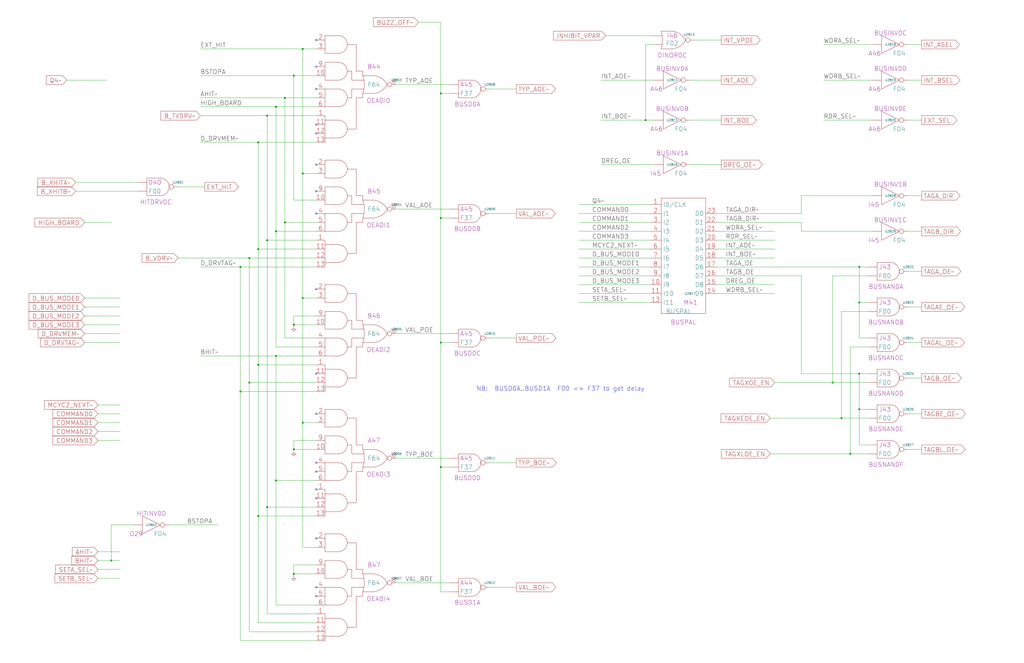
<source format=kicad_sch>
(kicad_sch (version 20230121) (generator eeschema)
  (paper "User" 584.2 378.46)
  (title_block (title "BUS CONTROL") (date "08-MAR-90") (rev "0.0") (comment 1 "MEM32 BOARD") (comment 2 "232-003066") (comment 3 "S400") (comment 4 "RELEASED"))
  (lib_symbols
    (symbol "r1000:BUSPAL" (pin_names (offset 1.016))
      (property "Reference" "U" (at 2.54 5.08 0))
      (property "Value" "BUSPAL" (at -11.43 -5.08 0))
      (property "Location" "___" (at -1.27 0 0))
      (property "Name" "______" (at -1.27 -12.7 0))
      (symbol "BUSPAL_1_1"
        (rectangle (start -13.97 59.69) (end 11.43 -6.35))
        (pin input line (at -20.32 55.88 0) (length 6.35) (name "I0/CLK") (number "1"))
        (pin input line (at -20.32 10.16 0) (length 6.35) (name "I9") (number "10"))
        (pin input line (at -20.32 5.08 0) (length 6.35) (name "I10") (number "11"))
        (pin input line (at -20.32 0 0) (length 6.35) (name "I11") (number "13"))
        (pin output line (at 17.78 5.08 180) (length 6.35) (name "D9") (number "14"))
        (pin output line (at 17.78 10.16 180) (length 6.35) (name "D8") (number "15"))
        (pin output line (at 17.78 15.24 180) (length 6.35) (name "D7") (number "16"))
        (pin output line (at 17.78 20.32 180) (length 6.35) (name "D6") (number "17"))
        (pin output line (at 17.78 25.4 180) (length 6.35) (name "D5") (number "18"))
        (pin output line (at 17.78 30.48 180) (length 6.35) (name "D4") (number "19"))
        (pin input line (at -20.32 50.8 0) (length 6.35) (name "I1") (number "2"))
        (pin output line (at 17.78 35.56 180) (length 6.35) (name "D3") (number "20"))
        (pin output line (at 17.78 40.64 180) (length 6.35) (name "D2") (number "21"))
        (pin output line (at 17.78 45.72 180) (length 6.35) (name "D1") (number "22"))
        (pin output line (at 17.78 50.8 180) (length 6.35) (name "D0") (number "23"))
        (pin input line (at -20.32 45.72 0) (length 6.35) (name "I2") (number "3"))
        (pin input line (at -20.32 40.64 0) (length 6.35) (name "I3") (number "4"))
        (pin input line (at -20.32 35.56 0) (length 6.35) (name "I4") (number "5"))
        (pin input line (at -20.32 30.48 0) (length 6.35) (name "I5") (number "6"))
        (pin input line (at -20.32 25.4 0) (length 6.35) (name "I6") (number "7"))
        (pin input line (at -20.32 20.32 0) (length 6.35) (name "I7") (number "8"))
        (pin input line (at -20.32 15.24 0) (length 6.35) (name "I8") (number "9"))
      )
    )
    (symbol "r1000:F00" (pin_numbers hide) (pin_names hide)
      (property "Reference" "U" (at 15.24 0 0))
      (property "Value" "F00" (at 1.905 -5.08 0))
      (property "Location" "___" (at 1.905 0 0))
      (property "Name" "______" (at 2.54 -12.7 0))
      (symbol "F00_0_1"
        (polyline (pts (xy -2.54 -7.62) (xy 5.08 -7.62)) (stroke (width 0.1524)))
        (polyline (pts (xy -2.54 2.54) (xy -2.54 -7.62)) (stroke (width 0.1524)))
        (polyline (pts (xy -2.54 2.54) (xy 5.08 2.54)) (stroke (width 0.1524)))
        (arc (start 5.08 -7.62) (mid 10.1282 -2.54) (end 5.08 2.54) (stroke (width 0.1524)))
        (circle (center 11.43 -2.54) (radius 1.27) (stroke (width 0.1524)))
      )
      (symbol "F00_0_2"
        (circle (center -3.81 -5.08) (radius 1.27) (stroke (width 0.1524)))
        (circle (center -3.81 0) (radius 1.27) (stroke (width 0.1524)))
        (arc (start -3.175 -7.62) (mid -2.134 -2.54) (end -3.175 2.54) (stroke (width 0.1524)))
        (polyline (pts (xy -3.175 -7.62) (xy 3.81 -7.62)) (stroke (width 0.1524)))
        (polyline (pts (xy -3.175 2.54) (xy 3.81 2.54)) (stroke (width 0.1524)))
        (arc (start 3.81 -7.62) (mid 7.5855 -5.8306) (end 10.16 -2.54) (stroke (width 0.1524)))
        (arc (start 10.16 -2.54) (mid 7.5827 0.7471) (end 3.81 2.54) (stroke (width 0.1524)))
      )
      (symbol "F00_1_1"
        (pin input line (at -7.62 0 0) (length 5.08) (name "D0") (number "1"))
        (pin input line (at -7.62 -5.08 0) (length 5.08) (name "D1") (number "2"))
        (pin output line (at 15.24 -2.54 180) (length 2.54) (name "Q") (number "3"))
      )
      (symbol "F00_1_2"
        (pin input line (at -7.62 0 0) (length 2.54) (name "D0") (number "1"))
        (pin input line (at -7.62 -5.08 0) (length 2.54) (name "D1") (number "2"))
        (pin output line (at 15.24 -2.54 180) (length 5.08) (name "Q") (number "3"))
      )
    )
    (symbol "r1000:F02" (pin_numbers hide) (pin_names hide)
      (property "Reference" "U" (at 12.16 0.635 0))
      (property "Value" "F02" (at -1.27 -4.445 0))
      (property "Location" "___" (at 2.54 0 0))
      (property "Name" "______" (at 2.54 -12.7 0))
      (symbol "F02_0_1"
        (arc (start -3.81 -7.62) (mid -2.9847 -2.54) (end -3.81 2.54) (stroke (width 0.1524)))
        (polyline (pts (xy -5.08 -5.08) (xy -3.175 -5.08)) (stroke (width 0.1524)))
        (polyline (pts (xy -5.08 0) (xy -3.175 0)) (stroke (width 0.1524)))
        (polyline (pts (xy -3.81 -7.62) (xy 2.54 -7.62)) (stroke (width 0.1524)))
        (polyline (pts (xy -3.81 2.54) (xy 2.54 2.54)) (stroke (width 0.1524)))
        (polyline (pts (xy 13.97 -2.54) (xy 12.7 -2.54)) (stroke (width 0.1524)))
        (arc (start 2.54 -7.62) (mid 6.9515 -5.9823) (end 10.16 -2.54) (stroke (width 0.1524)))
        (arc (start 10.16 -2.54) (mid 6.9478 0.8966) (end 2.54 2.54) (stroke (width 0.1524)))
        (circle (center 11.43 -2.54) (radius 1.27) (stroke (width 0.1524)))
      )
      (symbol "F02_0_2"
        (circle (center -3.81 -5.08) (radius 1.27) (stroke (width 0.1524)))
        (circle (center -3.81 0) (radius 1.27) (stroke (width 0.1524)))
        (polyline (pts (xy -2.54 -7.62) (xy 5.08 -7.62)) (stroke (width 0.1524)))
        (polyline (pts (xy -2.54 2.54) (xy -2.54 -7.62)) (stroke (width 0.1524)))
        (polyline (pts (xy -2.54 2.54) (xy 5.08 2.54)) (stroke (width 0.1524)))
        (polyline (pts (xy 11.43 -2.54) (xy 10.16 -2.54)) (stroke (width 0.1524)))
        (polyline (pts (xy 11.43 -2.54) (xy 12.7 -2.54)) (stroke (width 0.1524)))
        (arc (start 5.08 -7.62) (mid 10.1282 -2.54) (end 5.08 2.54) (stroke (width 0.1524)))
      )
      (symbol "F02_1_1"
        (pin input line (at -7.62 0 0) (length 2.54) (name "D0") (number "1"))
        (pin input line (at -7.62 -5.08 0) (length 2.54) (name "D1") (number "2"))
        (pin output line (at 15.24 -2.54 180) (length 1.27) (name "Q") (number "3"))
      )
      (symbol "F02_1_2"
        (pin input line (at -7.62 0 0) (length 2.54) (name "D0") (number "1"))
        (pin input line (at -7.62 -5.08 0) (length 2.54) (name "D1") (number "2"))
        (pin output line (at 15.24 -2.54 180) (length 2.54) (name "Q") (number "3"))
      )
    )
    (symbol "r1000:F04" (pin_numbers hide) (pin_names hide)
      (property "Reference" "U" (at 0 0 0))
      (property "Value" "F04" (at 1.27 -5.08 0))
      (property "Location" "___" (at -12.7 -5.08 0))
      (property "Name" "______" (at 0 5.08 0))
      (symbol "F04_0_1"
        (polyline (pts (xy -7.62 0) (xy -5.08 0)) (stroke (width 0.1524)))
        (polyline (pts (xy -5.08 5.08) (xy -5.08 -5.08)) (stroke (width 0.1524)))
        (polyline (pts (xy 5.08 0) (xy -5.08 -5.08)) (stroke (width 0.1524)))
        (polyline (pts (xy 5.08 0) (xy -5.08 5.08)) (stroke (width 0.1524)))
        (circle (center 6.35 0) (radius 1.27) (stroke (width 0.1524)))
      )
      (symbol "F04_1_1"
        (pin input line (at -10.16 0 0) (length 2.54) (name "D0") (number "1"))
        (pin output line (at 10.16 0 180) (length 2.54) (name "Q") (number "2"))
      )
    )
    (symbol "r1000:F37" (pin_numbers hide) (pin_names (offset 0) hide)
      (property "Reference" "U" (at 15.24 0 0))
      (property "Value" "F37" (at 1.905 -5.08 0))
      (property "Location" "___" (at 1.905 0 0))
      (property "Name" "______" (at 2.54 -12.7 0))
      (symbol "F37_0_1"
        (polyline (pts (xy -2.54 -7.62) (xy 5.08 -7.62)) (stroke (width 0.1524)))
        (polyline (pts (xy -2.54 2.54) (xy -2.54 -7.62)) (stroke (width 0.1524)))
        (polyline (pts (xy -2.54 2.54) (xy 5.08 2.54)) (stroke (width 0.1524)))
        (arc (start 5.08 -7.62) (mid 10.1282 -2.54) (end 5.08 2.54) (stroke (width 0.1524)))
        (circle (center 11.43 -2.54) (radius 1.27) (stroke (width 0.1524)))
      )
      (symbol "F37_0_2"
        (circle (center -3.81 -5.08) (radius 1.27) (stroke (width 0.1524)))
        (circle (center -3.81 0) (radius 1.27) (stroke (width 0.1524)))
        (arc (start -3.175 -7.62) (mid -2.134 -2.54) (end -3.175 2.54) (stroke (width 0.1524)))
        (polyline (pts (xy -3.175 -7.62) (xy 3.81 -7.62)) (stroke (width 0.1524)))
        (polyline (pts (xy -3.175 2.54) (xy 3.81 2.54)) (stroke (width 0.1524)))
        (arc (start 3.81 -7.62) (mid 7.5855 -5.8306) (end 10.16 -2.54) (stroke (width 0.1524)))
        (arc (start 10.16 -2.54) (mid 7.5827 0.7471) (end 3.81 2.54) (stroke (width 0.1524)))
      )
      (symbol "F37_1_1"
        (pin input line (at -7.62 0 0) (length 5.08) (name "D0") (number "1"))
        (pin input line (at -7.62 -5.08 0) (length 5.08) (name "D1") (number "2"))
        (pin output line (at 15.24 -2.54 180) (length 2.54) (name "Q") (number "3"))
      )
      (symbol "F37_1_2"
        (pin input line (at -7.62 0 0) (length 2.54) (name "D0") (number "1"))
        (pin input line (at -7.62 -5.08 0) (length 2.54) (name "D1") (number "2"))
        (pin output line (at 15.24 -2.54 180) (length 5.08) (name "Q") (number "3"))
      )
    )
    (symbol "r1000:F64" (pin_names hide)
      (property "Reference" "U" (at 15.24 2.54 0))
      (property "Value" "F64" (at 2.54 0 0))
      (property "Location" "___" (at 2.54 10.16 0))
      (property "Name" "______" (at 5.08 -10.62 0))
      (symbol "F64_0_0"
        (arc (start -17.78 -30.48) (mid -14.1879 -28.9921) (end -12.7 -25.4) (stroke (width 0.1524)))
        (arc (start -17.78 -12.7) (mid -14.1879 -11.2121) (end -12.7 -7.62) (stroke (width 0.1524)))
        (arc (start -17.78 2.54) (mid -14.1879 4.0279) (end -12.7 7.62) (stroke (width 0.1524)))
        (arc (start -17.78 17.78) (mid -14.1879 19.2679) (end -12.7 22.86) (stroke (width 0.1524)))
        (arc (start -12.7 -25.4) (mid -14.1879 -21.8079) (end -17.78 -20.32) (stroke (width 0.1524)))
        (arc (start -12.7 -7.62) (mid -14.1879 -4.0279) (end -17.78 -2.54) (stroke (width 0.1524)))
        (arc (start -12.7 7.62) (mid -14.1879 11.2121) (end -17.78 12.7) (stroke (width 0.1524)))
        (arc (start -12.7 22.86) (mid -14.1879 26.4521) (end -17.78 27.94) (stroke (width 0.1524)))
        (arc (start -3.8173 -5.08) (mid -2.9926 0) (end -3.8173 5.08) (stroke (width 0.1524)))
        (polyline (pts (xy -25.4 -30.48) (xy -17.78 -30.48)) (stroke (width 0.1524)))
        (polyline (pts (xy -25.4 -20.32) (xy -17.78 -20.32)) (stroke (width 0.1524)))
        (polyline (pts (xy -25.4 -12.7) (xy -17.78 -12.7)) (stroke (width 0.1524)))
        (polyline (pts (xy -25.4 -2.54) (xy -17.78 -2.54)) (stroke (width 0.1524)))
        (polyline (pts (xy -25.4 2.54) (xy -17.78 2.54)) (stroke (width 0.1524)))
        (polyline (pts (xy -25.4 12.7) (xy -17.78 12.7)) (stroke (width 0.1524)))
        (polyline (pts (xy -25.4 17.78) (xy -17.78 17.78)) (stroke (width 0.1524)))
        (polyline (pts (xy -25.4 27.94) (xy -17.78 27.94)) (stroke (width 0.1524)))
        (polyline (pts (xy -3.81 -5.08) (xy 2.54 -5.08)) (stroke (width 0.1524)))
        (polyline (pts (xy -3.81 5.08) (xy 2.54 5.08)) (stroke (width 0.1524)))
        (arc (start 2.54 -5.08) (mid 6.9504 -3.4405) (end 10.16 0) (stroke (width 0.1524)))
        (arc (start 10.16 0) (mid 6.9516 3.4424) (end 2.54 5.08) (stroke (width 0.1524)))
        (circle (center 11.43 0) (radius 1.27) (stroke (width 0.1524)))
      )
      (symbol "F64_0_1"
        (polyline (pts (xy -25.4 -33.02) (xy -25.4 -30.48)) (stroke (width 0.1524)))
        (polyline (pts (xy -25.4 -20.32) (xy -25.4 -30.48)) (stroke (width 0.1524)))
        (polyline (pts (xy -25.4 -17.78) (xy -25.4 -20.32)) (stroke (width 0.1524)))
        (polyline (pts (xy -25.4 -2.54) (xy -25.4 -12.7)) (stroke (width 0.1524)))
        (polyline (pts (xy -25.4 12.7) (xy -25.4 2.54)) (stroke (width 0.1524)))
        (polyline (pts (xy -25.4 27.94) (xy -25.4 17.78)) (stroke (width 0.1524)))
        (polyline (pts (xy -12.7 -7.62) (xy -12.7 -7.62)) (stroke (width 0.1524)))
        (polyline (pts (xy -5.08 -2.54) (xy -3.175 -2.54)) (stroke (width 0.1524)))
        (polyline (pts (xy -5.08 2.54) (xy -3.175 2.54)) (stroke (width 0.1524)))
        (polyline (pts (xy -12.7 -7.62) (xy -10.16 -7.62) (xy -10.16 -2.54) (xy -5.08 -2.54)) (stroke (width 0.1524)))
        (polyline (pts (xy -12.7 7.62) (xy -10.16 7.62) (xy -10.16 2.54) (xy -5.08 2.54)) (stroke (width 0.1524)))
        (polyline (pts (xy -3.81 -5.08) (xy -3.81 -7.62) (xy -7.62 -7.62) (xy -7.62 -25.4) (xy -12.7 -25.4)) (stroke (width 0.1524)))
        (polyline (pts (xy -3.81 5.08) (xy -3.81 7.62) (xy -7.62 7.62) (xy -7.62 22.86) (xy -12.7 22.86)) (stroke (width 0.1524)))
      )
      (symbol "F64_1_1"
        (pin input line (at -30.48 -17.78 0) (length 5.08) (name "D0") (number "1"))
        (pin input line (at -30.48 5.08 0) (length 5.08) (name "B1") (number "10"))
        (pin input line (at -30.48 -22.86 0) (length 5.08) (name "D1") (number "11"))
        (pin input line (at -30.48 -27.94 0) (length 5.08) (name "D2") (number "12"))
        (pin input line (at -30.48 -33.02 0) (length 5.08) (name "D3") (number "13"))
        (pin input line (at -30.48 25.4 0) (length 5.08) (name "A0") (number "2"))
        (pin input line (at -30.48 20.32 0) (length 5.08) (name "A1") (number "3"))
        (pin input line (at -30.48 -2.54 0) (length 5.08) (name "C0") (number "4"))
        (pin input line (at -30.48 -7.62 0) (length 5.08) (name "C1") (number "5"))
        (pin input line (at -30.48 -12.7 0) (length 5.08) (name "C2") (number "6"))
        (pin output line (at 15.24 0 180) (length 2.54) (name "Q") (number "8"))
        (pin input line (at -30.48 10.16 0) (length 5.08) (name "B0") (number "9"))
      )
    )
    (symbol "r1000:PD" (power) (pin_numbers hide) (pin_names hide) (in_bom no)
      (symbol "PD_0_1"
        (polyline (pts (xy 0 -2.54) (xy 1.27 -2.54) (xy 0 -3.81) (xy -1.27 -2.54) (xy 0 -2.54)) (stroke (width 0.1524)))
      )
      (symbol "PD_1_1"
        (pin power_in line (at 0 0 270) (length 2.54) (name "PD") (number "1"))
      )
    )
  )
  (junction (at 172.72 99.06))
  (junction (at 162.56 127))
  (junction (at 147.32 142.24))
  (junction (at 137.16 152.4))
  (junction (at 157.48 274.32))
  (junction (at 142.24 147.32))
  (junction (at 485.14 259.08))
  (junction (at 157.48 132.08))
  (junction (at 142.24 218.44))
  (junction (at 152.4 66.04))
  (junction (at 490.22 152.4))
  (junction (at 167.64 185.42))
  (junction (at 152.4 137.16))
  (junction (at 157.48 60.96))
  (junction (at 251.46 53.34))
  (junction (at 172.72 170.18))
  (junction (at 157.48 203.2))
  (junction (at 490.22 213.36))
  (junction (at 480.06 238.76))
  (junction (at 251.46 195.58))
  (junction (at 172.72 241.3))
  (junction (at 167.64 256.54))
  (junction (at 167.64 43.18))
  (junction (at 152.4 289.56))
  (junction (at 63.5 320.04))
  (junction (at 490.22 172.72))
  (junction (at 167.64 327.66))
  (junction (at 147.32 294.64))
  (junction (at 172.72 27.94))
  (junction (at 147.32 208.28))
  (junction (at 137.16 223.52))
  (junction (at 251.46 266.7))
  (junction (at 490.22 233.68))
  (junction (at 474.98 218.44))
  (junction (at 368.3 68.58))
  (junction (at 251.46 124.46))
  (junction (at 147.32 81.28))
  (junction (at 162.56 55.88))
  (no_connect (at 180.34 22.86))
  (no_connect (at 180.34 269.24))
  (no_connect (at 180.34 340.36))
  (no_connect (at 180.34 335.28))
  (no_connect (at 180.34 71.12))
  (no_connect (at 180.34 109.22))
  (no_connect (at 180.34 76.2))
  (no_connect (at 180.34 284.48))
  (no_connect (at 180.34 93.98))
  (no_connect (at 180.34 264.16))
  (no_connect (at 180.34 307.34))
  (no_connect (at 180.34 38.1))
  (no_connect (at 180.34 213.36))
  (no_connect (at 180.34 236.22))
  (no_connect (at 180.34 121.92))
  (no_connect (at 180.34 165.1))
  (no_connect (at 180.34 50.8))
  (no_connect (at 180.34 279.4))
  (wire (pts (xy 408.94 121.92) (xy 457.2 121.92)))
  (wire (pts (xy 63.5 299.72) (xy 76.2 299.72)))
  (wire (pts (xy 167.64 327.66) (xy 180.34 327.66)))
  (wire (pts (xy 55.88 314.96) (xy 68.58 314.96)))
  (wire (pts (xy 330.2 121.92) (xy 370.84 121.92)))
  (wire (pts (xy 393.7 45.72) (xy 411.48 45.72)))
  (wire (pts (xy 408.94 142.24) (xy 441.96 142.24)))
  (wire (pts (xy 147.32 142.24) (xy 147.32 81.28)))
  (wire (pts (xy 48.26 170.18) (xy 68.58 170.18)))
  (wire (pts (xy 490.22 254) (xy 490.22 233.68)))
  (wire (pts (xy 342.9 93.98) (xy 373.38 93.98)))
  (wire (pts (xy 48.26 190.5) (xy 68.58 190.5)))
  (wire (pts (xy 55.88 325.12) (xy 68.58 325.12)))
  (wire (pts (xy 480.06 177.8) (xy 495.3 177.8)))
  (wire (pts (xy 180.34 127) (xy 162.56 127)))
  (wire (pts (xy 457.2 213.36) (xy 490.22 213.36)))
  (wire (pts (xy 518.16 132.08) (xy 525.78 132.08)))
  (wire (pts (xy 518.16 215.9) (xy 525.78 215.9)))
  (wire (pts (xy 279.4 193.04) (xy 294.64 193.04)))
  (wire (pts (xy 180.34 350.52) (xy 152.4 350.52)))
  (wire (pts (xy 147.32 208.28) (xy 180.34 208.28)))
  (wire (pts (xy 518.16 236.22) (xy 525.78 236.22)))
  (wire (pts (xy 147.32 81.28) (xy 180.34 81.28)))
  (wire (pts (xy 518.16 195.58) (xy 525.78 195.58)))
  (wire (pts (xy 55.88 320.04) (xy 63.5 320.04)))
  (wire (pts (xy 167.64 114.3) (xy 167.64 43.18)))
  (wire (pts (xy 38.1 45.72) (xy 60.96 45.72)))
  (wire (pts (xy 114.3 27.94) (xy 172.72 27.94)))
  (wire (pts (xy 368.3 68.58) (xy 373.38 68.58)))
  (wire (pts (xy 408.94 127) (xy 457.2 127)))
  (wire (pts (xy 101.6 147.32) (xy 142.24 147.32)))
  (wire (pts (xy 48.26 175.26) (xy 68.58 175.26)))
  (wire (pts (xy 330.2 127) (xy 370.84 127)))
  (wire (pts (xy 251.46 195.58) (xy 251.46 266.7)))
  (wire (pts (xy 480.06 238.76) (xy 495.3 238.76)))
  (wire (pts (xy 180.34 345.44) (xy 157.48 345.44)))
  (wire (pts (xy 101.6 106.68) (xy 116.84 106.68)))
  (wire (pts (xy 180.34 137.16) (xy 152.4 137.16)))
  (wire (pts (xy 114.3 81.28) (xy 147.32 81.28)))
  (wire (pts (xy 157.48 60.96) (xy 180.34 60.96)))
  (wire (pts (xy 408.94 152.4) (xy 490.22 152.4)))
  (wire (pts (xy 226.06 261.62) (xy 256.54 261.62)))
  (wire (pts (xy 180.34 193.04) (xy 162.56 193.04)))
  (wire (pts (xy 226.06 332.74) (xy 256.54 332.74)))
  (wire (pts (xy 137.16 223.52) (xy 137.16 152.4)))
  (wire (pts (xy 167.64 322.58) (xy 167.64 327.66)))
  (wire (pts (xy 251.46 266.7) (xy 251.46 337.82)))
  (wire (pts (xy 147.32 294.64) (xy 147.32 208.28)))
  (wire (pts (xy 167.64 185.42) (xy 180.34 185.42)))
  (wire (pts (xy 157.48 132.08) (xy 157.48 60.96)))
  (wire (pts (xy 157.48 274.32) (xy 157.48 203.2)))
  (wire (pts (xy 167.64 256.54) (xy 180.34 256.54)))
  (wire (pts (xy 167.64 251.46) (xy 167.64 256.54)))
  (wire (pts (xy 180.34 180.34) (xy 167.64 180.34)))
  (wire (pts (xy 368.3 68.58) (xy 368.3 25.4)))
  (wire (pts (xy 48.26 180.34) (xy 68.58 180.34)))
  (wire (pts (xy 172.72 312.42) (xy 172.72 241.3)))
  (wire (pts (xy 96.52 299.72) (xy 124.46 299.72)))
  (wire (pts (xy 490.22 193.04) (xy 490.22 172.72)))
  (wire (pts (xy 238.76 12.7) (xy 251.46 12.7)))
  (wire (pts (xy 55.88 231.14) (xy 68.58 231.14)))
  (wire (pts (xy 330.2 167.64) (xy 370.84 167.64)))
  (wire (pts (xy 490.22 233.68) (xy 490.22 213.36)))
  (wire (pts (xy 55.88 246.38) (xy 68.58 246.38)))
  (wire (pts (xy 180.34 198.12) (xy 157.48 198.12)))
  (wire (pts (xy 345.44 20.32) (xy 373.38 20.32)))
  (wire (pts (xy 152.4 289.56) (xy 180.34 289.56)))
  (wire (pts (xy 279.4 335.28) (xy 294.64 335.28)))
  (wire (pts (xy 408.94 157.48) (xy 457.2 157.48)))
  (wire (pts (xy 114.3 43.18) (xy 167.64 43.18)))
  (wire (pts (xy 408.94 132.08) (xy 441.96 132.08)))
  (wire (pts (xy 518.16 256.54) (xy 525.78 256.54)))
  (wire (pts (xy 396.24 22.86) (xy 411.48 22.86)))
  (wire (pts (xy 251.46 124.46) (xy 256.54 124.46)))
  (wire (pts (xy 251.46 53.34) (xy 251.46 124.46)))
  (wire (pts (xy 279.4 50.8) (xy 294.64 50.8)))
  (wire (pts (xy 162.56 55.88) (xy 180.34 55.88)))
  (wire (pts (xy 172.72 99.06) (xy 172.72 27.94)))
  (wire (pts (xy 518.16 175.26) (xy 525.78 175.26)))
  (wire (pts (xy 474.98 218.44) (xy 474.98 157.48)))
  (wire (pts (xy 152.4 137.16) (xy 152.4 289.56)))
  (wire (pts (xy 408.94 167.64) (xy 441.96 167.64)))
  (wire (pts (xy 518.16 154.94) (xy 525.78 154.94)))
  (wire (pts (xy 180.34 322.58) (xy 167.64 322.58)))
  (wire (pts (xy 251.46 195.58) (xy 256.54 195.58)))
  (wire (pts (xy 490.22 172.72) (xy 495.3 172.72)))
  (wire (pts (xy 469.9 45.72) (xy 497.84 45.72)))
  (wire (pts (xy 342.9 68.58) (xy 368.3 68.58)))
  (wire (pts (xy 180.34 251.46) (xy 167.64 251.46)))
  (wire (pts (xy 518.16 25.4) (xy 525.78 25.4)))
  (wire (pts (xy 63.5 320.04) (xy 68.58 320.04)))
  (wire (pts (xy 490.22 233.68) (xy 495.3 233.68)))
  (wire (pts (xy 162.56 193.04) (xy 162.56 127)))
  (wire (pts (xy 495.3 254) (xy 490.22 254)))
  (wire (pts (xy 55.88 241.3) (xy 68.58 241.3)))
  (wire (pts (xy 157.48 203.2) (xy 180.34 203.2)))
  (wire (pts (xy 485.14 259.08) (xy 495.3 259.08)))
  (wire (pts (xy 485.14 259.08) (xy 485.14 198.12)))
  (wire (pts (xy 279.4 121.92) (xy 294.64 121.92)))
  (wire (pts (xy 469.9 68.58) (xy 497.84 68.58)))
  (wire (pts (xy 48.26 185.42) (xy 68.58 185.42)))
  (wire (pts (xy 180.34 365.76) (xy 137.16 365.76)))
  (wire (pts (xy 474.98 157.48) (xy 495.3 157.48)))
  (wire (pts (xy 368.3 25.4) (xy 373.38 25.4)))
  (wire (pts (xy 180.34 114.3) (xy 167.64 114.3)))
  (wire (pts (xy 393.7 68.58) (xy 411.48 68.58)))
  (wire (pts (xy 167.64 43.18) (xy 180.34 43.18)))
  (wire (pts (xy 439.42 238.76) (xy 480.06 238.76)))
  (wire (pts (xy 114.3 60.96) (xy 157.48 60.96)))
  (wire (pts (xy 251.46 124.46) (xy 251.46 195.58)))
  (wire (pts (xy 142.24 147.32) (xy 180.34 147.32)))
  (wire (pts (xy 251.46 266.7) (xy 256.54 266.7)))
  (wire (pts (xy 485.14 198.12) (xy 495.3 198.12)))
  (wire (pts (xy 48.26 127) (xy 63.5 127)))
  (wire (pts (xy 180.34 142.24) (xy 147.32 142.24)))
  (wire (pts (xy 439.42 259.08) (xy 485.14 259.08)))
  (wire (pts (xy 43.18 104.14) (xy 78.74 104.14)))
  (wire (pts (xy 330.2 172.72) (xy 370.84 172.72)))
  (wire (pts (xy 490.22 213.36) (xy 495.3 213.36)))
  (wire (pts (xy 330.2 137.16) (xy 370.84 137.16)))
  (wire (pts (xy 330.2 162.56) (xy 370.84 162.56)))
  (wire (pts (xy 457.2 121.92) (xy 457.2 111.76)))
  (wire (pts (xy 251.46 12.7) (xy 251.46 53.34)))
  (wire (pts (xy 137.16 152.4) (xy 180.34 152.4)))
  (wire (pts (xy 180.34 99.06) (xy 172.72 99.06)))
  (wire (pts (xy 172.72 170.18) (xy 172.72 99.06)))
  (wire (pts (xy 167.64 180.34) (xy 167.64 185.42)))
  (wire (pts (xy 142.24 218.44) (xy 142.24 360.68)))
  (wire (pts (xy 55.88 330.2) (xy 68.58 330.2)))
  (wire (pts (xy 226.06 190.5) (xy 256.54 190.5)))
  (wire (pts (xy 157.48 345.44) (xy 157.48 274.32)))
  (wire (pts (xy 518.16 68.58) (xy 525.78 68.58)))
  (wire (pts (xy 180.34 360.68) (xy 142.24 360.68)))
  (wire (pts (xy 330.2 116.84) (xy 370.84 116.84)))
  (wire (pts (xy 408.94 147.32) (xy 441.96 147.32)))
  (wire (pts (xy 226.06 119.38) (xy 256.54 119.38)))
  (wire (pts (xy 518.16 111.76) (xy 525.78 111.76)))
  (wire (pts (xy 330.2 157.48) (xy 370.84 157.48)))
  (wire (pts (xy 518.16 45.72) (xy 525.78 45.72)))
  (wire (pts (xy 226.06 48.26) (xy 256.54 48.26)))
  (wire (pts (xy 152.4 66.04) (xy 180.34 66.04)))
  (wire (pts (xy 43.18 109.22) (xy 78.74 109.22)))
  (wire (pts (xy 457.2 157.48) (xy 457.2 213.36)))
  (wire (pts (xy 330.2 147.32) (xy 370.84 147.32)))
  (wire (pts (xy 495.3 193.04) (xy 490.22 193.04)))
  (wire (pts (xy 251.46 337.82) (xy 256.54 337.82)))
  (wire (pts (xy 180.34 132.08) (xy 157.48 132.08)))
  (wire (pts (xy 457.2 127) (xy 457.2 132.08)))
  (wire (pts (xy 157.48 274.32) (xy 180.34 274.32)))
  (wire (pts (xy 55.88 251.46) (xy 68.58 251.46)))
  (wire (pts (xy 114.3 55.88) (xy 162.56 55.88)))
  (wire (pts (xy 55.88 236.22) (xy 68.58 236.22)))
  (wire (pts (xy 157.48 198.12) (xy 157.48 132.08)))
  (wire (pts (xy 457.2 132.08) (xy 497.84 132.08)))
  (wire (pts (xy 330.2 142.24) (xy 370.84 142.24)))
  (wire (pts (xy 408.94 137.16) (xy 441.96 137.16)))
  (wire (pts (xy 279.4 264.16) (xy 294.64 264.16)))
  (wire (pts (xy 474.98 218.44) (xy 495.3 218.44)))
  (wire (pts (xy 63.5 320.04) (xy 63.5 299.72)))
  (wire (pts (xy 408.94 162.56) (xy 441.96 162.56)))
  (wire (pts (xy 180.34 355.6) (xy 147.32 355.6)))
  (wire (pts (xy 342.9 45.72) (xy 373.38 45.72)))
  (wire (pts (xy 172.72 170.18) (xy 180.34 170.18)))
  (wire (pts (xy 147.32 355.6) (xy 147.32 294.64)))
  (wire (pts (xy 114.3 203.2) (xy 157.48 203.2)))
  (wire (pts (xy 172.72 241.3) (xy 180.34 241.3)))
  (wire (pts (xy 114.3 152.4) (xy 137.16 152.4)))
  (wire (pts (xy 441.96 218.44) (xy 474.98 218.44)))
  (wire (pts (xy 393.7 93.98) (xy 411.48 93.98)))
  (wire (pts (xy 114.3 66.04) (xy 152.4 66.04)))
  (wire (pts (xy 152.4 289.56) (xy 152.4 350.52)))
  (wire (pts (xy 480.06 238.76) (xy 480.06 177.8)))
  (wire (pts (xy 469.9 25.4) (xy 497.84 25.4)))
  (wire (pts (xy 147.32 208.28) (xy 147.32 142.24)))
  (wire (pts (xy 330.2 152.4) (xy 370.84 152.4)))
  (wire (pts (xy 457.2 111.76) (xy 497.84 111.76)))
  (wire (pts (xy 330.2 132.08) (xy 370.84 132.08)))
  (wire (pts (xy 48.26 195.58) (xy 68.58 195.58)))
  (wire (pts (xy 152.4 137.16) (xy 152.4 66.04)))
  (wire (pts (xy 180.34 312.42) (xy 172.72 312.42)))
  (wire (pts (xy 137.16 365.76) (xy 137.16 223.52)))
  (wire (pts (xy 490.22 152.4) (xy 495.3 152.4)))
  (wire (pts (xy 137.16 223.52) (xy 180.34 223.52)))
  (wire (pts (xy 172.72 27.94) (xy 180.34 27.94)))
  (wire (pts (xy 162.56 127) (xy 162.56 55.88)))
  (wire (pts (xy 142.24 147.32) (xy 142.24 218.44)))
  (wire (pts (xy 251.46 53.34) (xy 256.54 53.34)))
  (wire (pts (xy 490.22 172.72) (xy 490.22 152.4)))
  (wire (pts (xy 172.72 241.3) (xy 172.72 170.18)))
  (wire (pts (xy 180.34 218.44) (xy 142.24 218.44)))
  (wire (pts (xy 147.32 294.64) (xy 180.34 294.64)))
  (text "NB:  BUSD0A..BUSD1A  F00 => F37 to get delay" (at 271.78 223.52 0) (effects (font (size 2.54 2.54)) (justify left bottom)))
  (label "WDRB_SEL~" (at 414.02 167.64 0) (effects (font (size 2.54 2.54))))
  (label "COMMAND0" (at 337.82 121.92 0) (effects (font (size 2.54 2.54))))
  (label "DREG_OE" (at 342.9 93.98 0) (effects (font (size 2.54 2.54))))
  (label "HIGH_BOARD" (at 114.3 60.96 0) (effects (font (size 2.54 2.54))))
  (label "RDR_SEL~" (at 469.9 68.58 0) (effects (font (size 2.54 2.54))))
  (label "D_BUS_MODE0" (at 337.82 147.32 0) (effects (font (size 2.54 2.54))))
  (label "D_BUS_MODE1" (at 337.82 152.4 0) (effects (font (size 2.54 2.54))))
  (label "VAL_AOE" (at 231.14 119.38 0) (effects (font (size 2.54 2.54))))
  (label "EXT_HIT" (at 114.3 27.94 0) (effects (font (size 2.54 2.54))))
  (label "WDRA_SEL~" (at 414.02 132.08 0) (effects (font (size 2.54 2.54))))
  (label "D_BUS_MODE2" (at 337.82 157.48 0) (effects (font (size 2.54 2.54))))
  (label "COMMAND2" (at 337.82 132.08 0) (effects (font (size 2.54 2.54))))
  (label "AHIT~" (at 114.3 55.88 0) (effects (font (size 2.54 2.54))))
  (label "WDRA_SEL~" (at 469.9 25.4 0) (effects (font (size 2.54 2.54))))
  (label "INT_BOE~" (at 414.02 147.32 0) (effects (font (size 2.54 2.54))))
  (label "D_BUS_MODE3" (at 337.82 162.56 0) (effects (font (size 2.54 2.54))))
  (label "BSTOPA" (at 114.3 43.18 0) (effects (font (size 2.54 2.54))))
  (label "TAGB_OE" (at 414.02 157.48 0) (effects (font (size 2.54 2.54))))
  (label "TAGA_OE" (at 414.02 152.4 0) (effects (font (size 2.54 2.54))))
  (label "MCYC2_NEXT~" (at 337.82 142.24 0) (effects (font (size 2.54 2.54))))
  (label "BHIT~" (at 114.3 203.2 0) (effects (font (size 2.54 2.54))))
  (label "BSTOPA" (at 106.68 299.72 0) (effects (font (size 2.54 2.54))))
  (label "TYP_BOE" (at 231.14 261.62 0) (effects (font (size 2.54 2.54))))
  (label "D_DRVMEM~" (at 114.3 81.28 0) (effects (font (size 2.54 2.54))))
  (label "VAL_POE" (at 231.14 190.5 0) (effects (font (size 2.54 2.54))))
  (label "TYP_AOE" (at 231.14 48.26 0) (effects (font (size 2.54 2.54))))
  (label "COMMAND3" (at 337.82 137.16 0) (effects (font (size 2.54 2.54))))
  (label "TAGB_DIR~" (at 414.02 127 0) (effects (font (size 2.54 2.54))))
  (label "D_DRVTAG~" (at 114.3 152.4 0) (effects (font (size 2.54 2.54))))
  (label "RDR_SEL~" (at 414.02 137.16 0) (effects (font (size 2.54 2.54))))
  (label "SETA_SEL~" (at 337.82 167.64 0) (effects (font (size 2.54 2.54))))
  (label "TAGA_DIR~" (at 414.02 121.92 0) (effects (font (size 2.54 2.54))))
  (label "INT_AOE~" (at 342.9 45.72 0) (effects (font (size 2.54 2.54))))
  (label "Q4~" (at 337.82 116.84 0) (effects (font (size 2.54 2.54))))
  (label "WDRB_SEL~" (at 469.9 45.72 0) (effects (font (size 2.54 2.54))))
  (label "VAL_BOE" (at 231.14 332.74 0) (effects (font (size 2.54 2.54))))
  (label "INT_BOE~" (at 342.9 68.58 0) (effects (font (size 2.54 2.54))))
  (label "SETB_SEL~" (at 337.82 172.72 0) (effects (font (size 2.54 2.54))))
  (label "DREG_OE" (at 414.02 162.56 0) (effects (font (size 2.54 2.54))))
  (label "INT_AOE~" (at 414.02 142.24 0) (effects (font (size 2.54 2.54))))
  (label "COMMAND1" (at 337.82 127 0) (effects (font (size 2.54 2.54))))
  (global_label "COMMAND0" (shape input) (at 55.88 236.22 180) (effects (font (size 2.54 2.54))) (property "Intersheetrefs" "${INTERSHEET_REFS}" (at 30.2502 236.0613 0) (effects (font (size 1.905 1.905)) (justify right))))
  (global_label "D_DRVMEM~" (shape input) (at 48.26 190.5 180) (effects (font (size 2.54 2.54))) (property "Intersheetrefs" "${INTERSHEET_REFS}" (at 21.7835 190.3413 0) (effects (font (size 1.905 1.905)) (justify right))))
  (global_label "COMMAND3" (shape input) (at 55.88 251.46 180) (effects (font (size 2.54 2.54))) (property "Intersheetrefs" "${INTERSHEET_REFS}" (at 30.2502 251.3013 0) (effects (font (size 1.905 1.905)) (justify right))))
  (global_label "EXT_SEL" (shape output) (at 525.78 68.58 0) (effects (font (size 2.54 2.54))) (property "Intersheetrefs" "${INTERSHEET_REFS}" (at 548.1441 68.4213 0) (effects (font (size 1.905 1.905)) (justify left))))
  (global_label "COMMAND2" (shape input) (at 55.88 246.38 180) (effects (font (size 2.54 2.54))) (property "Intersheetrefs" "${INTERSHEET_REFS}" (at 30.2502 246.2213 0) (effects (font (size 1.905 1.905)) (justify right))))
  (global_label "INHIBIT_VPAR" (shape input) (at 345.44 20.32 180) (effects (font (size 2.54 2.54))) (property "Intersheetrefs" "${INTERSHEET_REFS}" (at 315.8188 20.1613 0) (effects (font (size 1.905 1.905)) (justify right))))
  (global_label "D_DRVTAG~" (shape input) (at 48.26 195.58 180) (effects (font (size 2.54 2.54))) (property "Intersheetrefs" "${INTERSHEET_REFS}" (at 23.235 195.4213 0) (effects (font (size 1.905 1.905)) (justify right))))
  (global_label "TAGAL_OE~" (shape output) (at 525.78 195.58 0) (effects (font (size 2.54 2.54))) (property "Intersheetrefs" "${INTERSHEET_REFS}" (at 550.2003 195.4213 0) (effects (font (size 1.905 1.905)) (justify left))))
  (global_label "TAGA_DIR" (shape output) (at 525.78 111.76 0) (effects (font (size 2.54 2.54))) (property "Intersheetrefs" "${INTERSHEET_REFS}" (at 547.6603 111.6013 0) (effects (font (size 1.905 1.905)) (justify left))))
  (global_label "D_BUS_MODE2" (shape input) (at 48.26 180.34 180) (effects (font (size 2.54 2.54))) (property "Intersheetrefs" "${INTERSHEET_REFS}" (at 16.5826 180.1813 0) (effects (font (size 1.905 1.905)) (justify right))))
  (global_label "INT_AOE" (shape output) (at 411.48 45.72 0) (effects (font (size 2.54 2.54))) (property "Intersheetrefs" "${INTERSHEET_REFS}" (at 431.1831 45.5613 0) (effects (font (size 1.905 1.905)) (justify left))))
  (global_label "TYP_BOE~" (shape output) (at 294.64 264.16 0) (effects (font (size 2.54 2.54))) (property "Intersheetrefs" "${INTERSHEET_REFS}" (at 317.367 264.0013 0) (effects (font (size 1.905 1.905)) (justify left))))
  (global_label "B_XHITA~" (shape input) (at 43.18 104.14 180) (effects (font (size 2.54 2.54))) (property "Intersheetrefs" "${INTERSHEET_REFS}" (at 21.6626 103.9813 0) (effects (font (size 1.905 1.905)) (justify right))))
  (global_label "TAGBE_OE~" (shape output) (at 525.78 236.22 0) (effects (font (size 2.54 2.54))) (property "Intersheetrefs" "${INTERSHEET_REFS}" (at 550.805 236.0613 0) (effects (font (size 1.905 1.905)) (justify left))))
  (global_label "AHIT~" (shape input) (at 55.88 314.96 180) (effects (font (size 2.54 2.54))) (property "Intersheetrefs" "${INTERSHEET_REFS}" (at 41.2569 314.8013 0) (effects (font (size 1.905 1.905)) (justify right))))
  (global_label "VAL_AOE~" (shape output) (at 294.64 121.92 0) (effects (font (size 2.54 2.54))) (property "Intersheetrefs" "${INTERSHEET_REFS}" (at 316.7622 121.7613 0) (effects (font (size 1.905 1.905)) (justify left))))
  (global_label "TAGXOE_EN" (shape input) (at 441.96 218.44 180) (effects (font (size 2.54 2.54))) (property "Intersheetrefs" "${INTERSHEET_REFS}" (at 416.2092 218.2813 0) (effects (font (size 1.905 1.905)) (justify right))))
  (global_label "TAGBL_OE~" (shape output) (at 525.78 256.54 0) (effects (font (size 2.54 2.54))) (property "Intersheetrefs" "${INTERSHEET_REFS}" (at 550.5631 256.3813 0) (effects (font (size 1.905 1.905)) (justify left))))
  (global_label "SETA_SEL~" (shape input) (at 55.88 325.12 180) (effects (font (size 2.54 2.54))) (property "Intersheetrefs" "${INTERSHEET_REFS}" (at 31.7016 324.9613 0) (effects (font (size 1.905 1.905)) (justify right))))
  (global_label "Q4~" (shape input) (at 38.1 45.72 180) (effects (font (size 2.54 2.54))) (property "Intersheetrefs" "${INTERSHEET_REFS}" (at 21.4207 45.5613 0) (effects (font (size 1.905 1.905)) (justify right))))
  (global_label "VAL_POE~" (shape output) (at 294.64 193.04 0) (effects (font (size 2.54 2.54))) (property "Intersheetrefs" "${INTERSHEET_REFS}" (at 317.125 192.8813 0) (effects (font (size 1.905 1.905)) (justify left))))
  (global_label "D_BUS_MODE0" (shape input) (at 48.26 170.18 180) (effects (font (size 2.54 2.54))) (property "Intersheetrefs" "${INTERSHEET_REFS}" (at 16.5826 170.0213 0) (effects (font (size 1.905 1.905)) (justify right))))
  (global_label "B_TVDRV~" (shape input) (at 114.3 66.04 180) (effects (font (size 2.54 2.54))) (property "Intersheetrefs" "${INTERSHEET_REFS}" (at 91.815 65.8813 0) (effects (font (size 1.905 1.905)) (justify right))))
  (global_label "INT_BSEL" (shape output) (at 525.78 45.72 0) (effects (font (size 2.54 2.54))) (property "Intersheetrefs" "${INTERSHEET_REFS}" (at 547.6603 45.5613 0) (effects (font (size 1.905 1.905)) (justify left))))
  (global_label "TAGXLOE_EN" (shape input) (at 439.42 259.08 180) (effects (font (size 2.54 2.54))) (property "Intersheetrefs" "${INTERSHEET_REFS}" (at 411.613 258.9213 0) (effects (font (size 1.905 1.905)) (justify right))))
  (global_label "COMMAND1" (shape input) (at 55.88 241.3 180) (effects (font (size 2.54 2.54))) (property "Intersheetrefs" "${INTERSHEET_REFS}" (at 30.2502 241.1413 0) (effects (font (size 1.905 1.905)) (justify right))))
  (global_label "HIGH_BOARD" (shape input) (at 48.26 127 180) (effects (font (size 2.54 2.54))) (property "Intersheetrefs" "${INTERSHEET_REFS}" (at 19.9692 126.8413 0) (effects (font (size 1.905 1.905)) (justify right))))
  (global_label "INT_ASEL" (shape output) (at 525.78 25.4 0) (effects (font (size 2.54 2.54))) (property "Intersheetrefs" "${INTERSHEET_REFS}" (at 547.2974 25.2413 0) (effects (font (size 1.905 1.905)) (justify left))))
  (global_label "VAL_BOE~" (shape output) (at 294.64 335.28 0) (effects (font (size 2.54 2.54))) (property "Intersheetrefs" "${INTERSHEET_REFS}" (at 317.125 335.1213 0) (effects (font (size 1.905 1.905)) (justify left))))
  (global_label "TAGAE_OE~" (shape output) (at 525.78 175.26 0) (effects (font (size 2.54 2.54))) (property "Intersheetrefs" "${INTERSHEET_REFS}" (at 550.4422 175.1013 0) (effects (font (size 1.905 1.905)) (justify left))))
  (global_label "EXT_HIT" (shape output) (at 116.84 106.68 0) (effects (font (size 2.54 2.54))) (property "Intersheetrefs" "${INTERSHEET_REFS}" (at 136.0593 106.5213 0) (effects (font (size 1.905 1.905)) (justify left))))
  (global_label "BUZZ_OFF~" (shape input) (at 238.76 12.7 180) (effects (font (size 2.54 2.54))) (property "Intersheetrefs" "${INTERSHEET_REFS}" (at 213.1302 12.5413 0) (effects (font (size 1.905 1.905)) (justify right))))
  (global_label "INT_VPOE" (shape output) (at 411.48 22.86 0) (effects (font (size 2.54 2.54))) (property "Intersheetrefs" "${INTERSHEET_REFS}" (at 433.7231 22.7013 0) (effects (font (size 1.905 1.905)) (justify left))))
  (global_label "BHIT~" (shape input) (at 55.88 320.04 180) (effects (font (size 2.54 2.54))) (property "Intersheetrefs" "${INTERSHEET_REFS}" (at 40.894 319.8813 0) (effects (font (size 1.905 1.905)) (justify right))))
  (global_label "D_BUS_MODE1" (shape input) (at 48.26 175.26 180) (effects (font (size 2.54 2.54))) (property "Intersheetrefs" "${INTERSHEET_REFS}" (at 16.5826 175.1013 0) (effects (font (size 1.905 1.905)) (justify right))))
  (global_label "TAGB_OE~" (shape output) (at 525.78 215.9 0) (effects (font (size 2.54 2.54))) (property "Intersheetrefs" "${INTERSHEET_REFS}" (at 548.507 215.7413 0) (effects (font (size 1.905 1.905)) (justify left))))
  (global_label "TYP_AOE~" (shape output) (at 294.64 50.8 0) (effects (font (size 2.54 2.54))) (property "Intersheetrefs" "${INTERSHEET_REFS}" (at 317.0041 50.6413 0) (effects (font (size 1.905 1.905)) (justify left))))
  (global_label "SETB_SEL~" (shape input) (at 55.88 330.2 180) (effects (font (size 2.54 2.54))) (property "Intersheetrefs" "${INTERSHEET_REFS}" (at 31.3388 330.0413 0) (effects (font (size 1.905 1.905)) (justify right))))
  (global_label "B_XHITB~" (shape input) (at 43.18 109.22 180) (effects (font (size 2.54 2.54))) (property "Intersheetrefs" "${INTERSHEET_REFS}" (at 21.2997 109.0613 0) (effects (font (size 1.905 1.905)) (justify right))))
  (global_label "INT_BOE" (shape output) (at 411.48 68.58 0) (effects (font (size 2.54 2.54))) (property "Intersheetrefs" "${INTERSHEET_REFS}" (at 431.546 68.4213 0) (effects (font (size 1.905 1.905)) (justify left))))
  (global_label "TAGA_OE~" (shape output) (at 525.78 154.94 0) (effects (font (size 2.54 2.54))) (property "Intersheetrefs" "${INTERSHEET_REFS}" (at 548.1441 154.7813 0) (effects (font (size 1.905 1.905)) (justify left))))
  (global_label "TAGXEOE_EN" (shape input) (at 439.42 238.76 180) (effects (font (size 2.54 2.54))) (property "Intersheetrefs" "${INTERSHEET_REFS}" (at 411.3711 238.6013 0) (effects (font (size 1.905 1.905)) (justify right))))
  (global_label "MCYC2_NEXT~" (shape input) (at 55.88 231.14 180) (effects (font (size 2.54 2.54))) (property "Intersheetrefs" "${INTERSHEET_REFS}" (at 25.4121 230.9813 0) (effects (font (size 1.905 1.905)) (justify right))))
  (global_label "D_BUS_MODE3" (shape input) (at 48.26 185.42 180) (effects (font (size 2.54 2.54))) (property "Intersheetrefs" "${INTERSHEET_REFS}" (at 16.5826 185.2613 0) (effects (font (size 1.905 1.905)) (justify right))))
  (global_label "B_VDRV~" (shape input) (at 101.6 147.32 180) (effects (font (size 2.54 2.54))) (property "Intersheetrefs" "${INTERSHEET_REFS}" (at 81.0502 147.1613 0) (effects (font (size 1.905 1.905)) (justify right))))
  (global_label "TAGB_DIR" (shape output) (at 525.78 132.08 0) (effects (font (size 2.54 2.54))) (property "Intersheetrefs" "${INTERSHEET_REFS}" (at 548.0231 131.9213 0) (effects (font (size 1.905 1.905)) (justify left))))
  (global_label "DREG_OE~" (shape output) (at 411.48 93.98 0) (effects (font (size 2.54 2.54))) (property "Intersheetrefs" "${INTERSHEET_REFS}" (at 434.9327 93.8213 0) (effects (font (size 1.905 1.905)) (justify left))))
  (symbol (lib_id "r1000:F04") (at 86.36 299.72 0) (unit 1)
    (property "Reference" "U2802" (at 86.36 299.72 0))
    (property "Value" "F04" (at 87.63 304.8 0) (effects (font (size 2.54 2.54)) (justify left)))
    (property "Location" "O29" (at 73.66 304.8 0) (effects (font (size 2.54 2.54)) (justify left)))
    (property "Name" "HITINV0D" (at 86.36 294.64 0) (effects (font (size 2.54 2.54)) (justify bottom)))
  )
  (symbol (lib_id "r1000:F37") (at 264.16 332.74 0) (unit 1)
    (property "Reference" "U2812" (at 279.4 332.74 0))
    (property "Value" "F37" (at 266.065 337.82 0) (effects (font (size 2.54 2.54))))
    (property "Location" "A44" (at 266.065 332.74 0) (effects (font (size 2.54 2.54))))
    (property "Name" "BUSD1A" (at 266.7 345.44 0) (effects (font (size 2.54 2.54)) (justify bottom)))
  )
  (symbol (lib_id "r1000:F04") (at 383.54 45.72 0) (unit 1)
    (property "Reference" "U2814" (at 383.54 45.72 0))
    (property "Value" "F04" (at 384.81 50.8 0) (effects (font (size 2.54 2.54)) (justify left)))
    (property "Location" "A46" (at 370.84 50.8 0) (effects (font (size 2.54 2.54)) (justify left)))
    (property "Name" "BUSINV0A" (at 383.54 40.64 0) (effects (font (size 2.54 2.54)) (justify bottom)))
  )
  (symbol (lib_id "r1000:F37") (at 264.16 119.38 0) (unit 1)
    (property "Reference" "U2809" (at 279.4 119.38 0))
    (property "Value" "F37" (at 266.065 124.46 0) (effects (font (size 2.54 2.54))))
    (property "Location" "A45" (at 266.065 119.38 0) (effects (font (size 2.54 2.54))))
    (property "Name" "BUSD0B" (at 266.7 132.08 0) (effects (font (size 2.54 2.54)) (justify bottom)))
  )
  (symbol (lib_id "r1000:F37") (at 264.16 48.26 0) (unit 1)
    (property "Reference" "U2808" (at 279.4 48.26 0))
    (property "Value" "F37" (at 266.065 53.34 0) (effects (font (size 2.54 2.54))))
    (property "Location" "A45" (at 266.065 48.26 0) (effects (font (size 2.54 2.54))))
    (property "Name" "BUSD0A" (at 266.7 60.96 0) (effects (font (size 2.54 2.54)) (justify bottom)))
  )
  (symbol (lib_id "r1000:F04") (at 508 111.76 0) (unit 1)
    (property "Reference" "U2828" (at 508 111.76 0))
    (property "Value" "F04" (at 509.27 116.84 0) (effects (font (size 2.54 2.54)) (justify left)))
    (property "Location" "I45" (at 495.3 116.84 0) (effects (font (size 2.54 2.54)) (justify left)))
    (property "Name" "BUSINV1B" (at 508 106.68 0) (effects (font (size 2.54 2.54)) (justify bottom)))
  )
  (symbol (lib_id "r1000:F00") (at 502.92 152.4 0) (unit 1)
    (property "Reference" "U2822" (at 518.16 152.4 0))
    (property "Value" "F00" (at 504.825 157.48 0) (effects (font (size 2.54 2.54))))
    (property "Location" "J43" (at 504.825 152.4 0) (effects (font (size 2.54 2.54))))
    (property "Name" "BUSNAN0A" (at 505.46 165.1 0) (effects (font (size 2.54 2.54)) (justify bottom)))
  )
  (symbol (lib_id "r1000:PD") (at 167.64 327.66 0) (unit 1) (in_bom no)
    (property "Reference" "#PWR02803" (effects hide))
    (property "Value" "PD" (effects hide))
  )
  (symbol (lib_id "r1000:F64") (at 210.82 48.26 0) (unit 1)
    (property "Reference" "U2803" (at 226.06 45.72 0))
    (property "Value" "F64" (at 213.36 48.26 0) (effects (font (size 2.54 2.54))))
    (property "Location" "B44" (at 213.36 38.1 0) (effects (font (size 2.54 2.54))))
    (property "Name" "OEAOI0" (at 215.9 58.88 0) (effects (font (size 2.54 2.54)) (justify bottom)))
  )
  (symbol (lib_id "r1000:F02") (at 381 20.32 0) (unit 1)
    (property "Reference" "U2813" (at 393.16 19.685 0))
    (property "Value" "F02" (at 379.73 24.765 0) (effects (font (size 2.54 2.54)) (justify left)))
    (property "Location" "I46" (at 383.54 20.32 0) (effects (font (size 2.54 2.54))))
    (property "Name" "DINOR0C" (at 383.54 33.02 0) (effects (font (size 2.54 2.54)) (justify bottom)))
  )
  (symbol (lib_id "r1000:F64") (at 210.82 261.62 0) (unit 1)
    (property "Reference" "U2806" (at 226.06 259.08 0))
    (property "Value" "F64" (at 213.36 261.62 0) (effects (font (size 2.54 2.54))))
    (property "Location" "A47" (at 213.36 251.46 0) (effects (font (size 2.54 2.54))))
    (property "Name" "OEAOI3" (at 215.9 272.24 0) (effects (font (size 2.54 2.54)) (justify bottom)))
  )
  (symbol (lib_id "r1000:F64") (at 210.82 119.38 0) (unit 1)
    (property "Reference" "U2804" (at 226.06 116.84 0))
    (property "Value" "F64" (at 213.36 119.38 0) (effects (font (size 2.54 2.54))))
    (property "Location" "B45" (at 213.36 109.22 0) (effects (font (size 2.54 2.54))))
    (property "Name" "OEAOI1" (at 215.9 130 0) (effects (font (size 2.54 2.54)) (justify bottom)))
  )
  (symbol (lib_id "r1000:F00") (at 502.92 254 0) (unit 1)
    (property "Reference" "U2827" (at 518.16 254 0))
    (property "Value" "F00" (at 504.825 259.08 0) (effects (font (size 2.54 2.54))))
    (property "Location" "J43" (at 504.825 254 0) (effects (font (size 2.54 2.54))))
    (property "Name" "BUSNAN0F" (at 505.46 266.7 0) (effects (font (size 2.54 2.54)) (justify bottom)))
  )
  (symbol (lib_id "r1000:F00") (at 502.92 172.72 0) (unit 1)
    (property "Reference" "U2823" (at 518.16 172.72 0))
    (property "Value" "F00" (at 504.825 177.8 0) (effects (font (size 2.54 2.54))))
    (property "Location" "J43" (at 504.825 172.72 0) (effects (font (size 2.54 2.54))))
    (property "Name" "BUSNAN0B" (at 505.46 185.42 0) (effects (font (size 2.54 2.54)) (justify bottom)))
  )
  (symbol (lib_id "r1000:F04") (at 383.54 93.98 0) (unit 1)
    (property "Reference" "U2816" (at 383.54 93.98 0))
    (property "Value" "F04" (at 384.81 99.06 0) (effects (font (size 2.54 2.54)) (justify left)))
    (property "Location" "I45" (at 370.84 99.06 0) (effects (font (size 2.54 2.54)) (justify left)))
    (property "Name" "BUSINV1A" (at 383.54 88.9 0) (effects (font (size 2.54 2.54)) (justify bottom)))
  )
  (symbol (lib_id "r1000:F04") (at 508 45.72 0) (unit 1)
    (property "Reference" "U2819" (at 508 45.72 0))
    (property "Value" "F04" (at 509.27 50.8 0) (effects (font (size 2.54 2.54)) (justify left)))
    (property "Location" "A46" (at 495.3 50.8 0) (effects (font (size 2.54 2.54)) (justify left)))
    (property "Name" "BUSINV0D" (at 508 40.64 0) (effects (font (size 2.54 2.54)) (justify bottom)))
  )
  (symbol (lib_id "r1000:F37") (at 264.16 190.5 0) (unit 1)
    (property "Reference" "U2810" (at 279.4 190.5 0))
    (property "Value" "F37" (at 266.065 195.58 0) (effects (font (size 2.54 2.54))))
    (property "Location" "A45" (at 266.065 190.5 0) (effects (font (size 2.54 2.54))))
    (property "Name" "BUSD0C" (at 266.7 203.2 0) (effects (font (size 2.54 2.54)) (justify bottom)))
  )
  (symbol (lib_id "r1000:F00") (at 86.36 104.14 0) (unit 1)
    (property "Reference" "U2801" (at 101.6 104.14 0))
    (property "Value" "F00" (at 88.265 109.22 0) (effects (font (size 2.54 2.54))))
    (property "Location" "O40" (at 88.265 104.14 0) (effects (font (size 2.54 2.54))))
    (property "Name" "HITDRV0C" (at 88.9 116.84 0) (effects (font (size 2.54 2.54)) (justify bottom)))
  )
  (symbol (lib_id "r1000:F00") (at 502.92 213.36 0) (unit 1)
    (property "Reference" "U2825" (at 518.16 213.36 0))
    (property "Value" "F00" (at 504.825 218.44 0) (effects (font (size 2.54 2.54))))
    (property "Location" "J43" (at 504.825 213.36 0) (effects (font (size 2.54 2.54))))
    (property "Name" "BUSNAN0D" (at 505.46 226.06 0) (effects (font (size 2.54 2.54)) (justify bottom)))
  )
  (symbol (lib_id "r1000:F04") (at 508 132.08 0) (unit 1)
    (property "Reference" "U2829" (at 508 132.08 0))
    (property "Value" "F04" (at 509.27 137.16 0) (effects (font (size 2.54 2.54)) (justify left)))
    (property "Location" "I45" (at 495.3 137.16 0) (effects (font (size 2.54 2.54)) (justify left)))
    (property "Name" "BUSINV1C" (at 508 127 0) (effects (font (size 2.54 2.54)) (justify bottom)))
  )
  (symbol (lib_id "r1000:F04") (at 508 68.58 0) (unit 1)
    (property "Reference" "U2820" (at 508 68.58 0))
    (property "Value" "F04" (at 509.27 73.66 0) (effects (font (size 2.54 2.54)) (justify left)))
    (property "Location" "A46" (at 495.3 73.66 0) (effects (font (size 2.54 2.54)) (justify left)))
    (property "Name" "BUSINV0E" (at 508 63.5 0) (effects (font (size 2.54 2.54)) (justify bottom)))
  )
  (symbol (lib_id "r1000:F04") (at 383.54 68.58 0) (unit 1)
    (property "Reference" "U2815" (at 383.54 68.58 0))
    (property "Value" "F04" (at 384.81 73.66 0) (effects (font (size 2.54 2.54)) (justify left)))
    (property "Location" "A46" (at 370.84 73.66 0) (effects (font (size 2.54 2.54)) (justify left)))
    (property "Name" "BUSINV0B" (at 383.54 63.5 0) (effects (font (size 2.54 2.54)) (justify bottom)))
  )
  (symbol (lib_id "r1000:F00") (at 502.92 193.04 0) (unit 1)
    (property "Reference" "U2824" (at 518.16 193.04 0))
    (property "Value" "F00" (at 504.825 198.12 0) (effects (font (size 2.54 2.54))))
    (property "Location" "J43" (at 504.825 193.04 0) (effects (font (size 2.54 2.54))))
    (property "Name" "BUSNAN0C" (at 505.46 205.74 0) (effects (font (size 2.54 2.54)) (justify bottom)))
  )
  (symbol (lib_id "r1000:F64") (at 210.82 332.74 0) (unit 1)
    (property "Reference" "U2807" (at 226.06 330.2 0))
    (property "Value" "F64" (at 213.36 332.74 0) (effects (font (size 2.54 2.54))))
    (property "Location" "B47" (at 213.36 322.58 0) (effects (font (size 2.54 2.54))))
    (property "Name" "OEAOI4" (at 215.9 343.36 0) (effects (font (size 2.54 2.54)) (justify bottom)))
  )
  (symbol (lib_id "r1000:BUSPAL") (at 391.16 172.72 0) (unit 1)
    (property "Reference" "U2817" (at 393.7 167.64 0))
    (property "Value" "BUSPAL" (at 379.73 177.8 0) (effects (font (size 2.54 2.54)) (justify left)))
    (property "Location" "M41" (at 389.89 172.72 0) (effects (font (size 2.54 2.54)) (justify left)))
    (property "Name" "BUSPAL" (at 389.89 185.42 0) (effects (font (size 2.54 2.54)) (justify bottom)))
  )
  (symbol (lib_id "r1000:F37") (at 264.16 261.62 0) (unit 1)
    (property "Reference" "U2811" (at 279.4 261.62 0))
    (property "Value" "F37" (at 266.065 266.7 0) (effects (font (size 2.54 2.54))))
    (property "Location" "A45" (at 266.065 261.62 0) (effects (font (size 2.54 2.54))))
    (property "Name" "BUSD0D" (at 266.7 274.32 0) (effects (font (size 2.54 2.54)) (justify bottom)))
  )
  (symbol (lib_id "r1000:PD") (at 167.64 256.54 0) (unit 1) (in_bom no)
    (property "Reference" "#PWR02802" (effects hide))
    (property "Value" "PD" (effects hide))
  )
  (symbol (lib_id "r1000:F04") (at 508 25.4 0) (unit 1)
    (property "Reference" "U2818" (at 508 25.4 0))
    (property "Value" "F04" (at 509.27 30.48 0) (effects (font (size 2.54 2.54)) (justify left)))
    (property "Location" "A46" (at 495.3 30.48 0) (effects (font (size 2.54 2.54)) (justify left)))
    (property "Name" "BUSINV0C" (at 508 20.32 0) (effects (font (size 2.54 2.54)) (justify bottom)))
  )
  (symbol (lib_id "r1000:PD") (at 167.64 185.42 0) (unit 1) (in_bom no)
    (property "Reference" "#PWR02801" (effects hide))
    (property "Value" "PD" (effects hide))
  )
  (symbol (lib_id "r1000:F00") (at 502.92 233.68 0) (unit 1)
    (property "Reference" "U2826" (at 518.16 233.68 0))
    (property "Value" "F00" (at 504.825 238.76 0) (effects (font (size 2.54 2.54))))
    (property "Location" "J43" (at 504.825 233.68 0) (effects (font (size 2.54 2.54))))
    (property "Name" "BUSNAN0E" (at 505.46 246.38 0) (effects (font (size 2.54 2.54)) (justify bottom)))
  )
  (symbol (lib_id "r1000:F64") (at 210.82 190.5 0) (unit 1)
    (property "Reference" "U2805" (at 226.06 187.96 0))
    (property "Value" "F64" (at 213.36 190.5 0) (effects (font (size 2.54 2.54))))
    (property "Location" "B46" (at 213.36 180.34 0) (effects (font (size 2.54 2.54))))
    (property "Name" "OEAOI2" (at 215.9 201.12 0) (effects (font (size 2.54 2.54)) (justify bottom)))
  )
)
</source>
